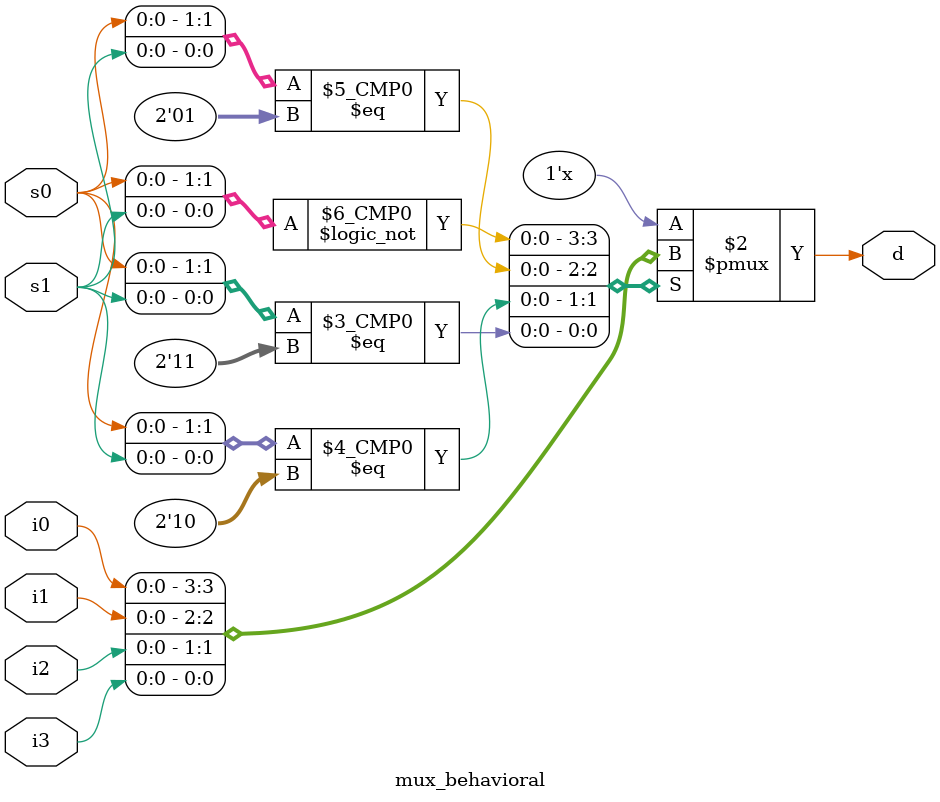
<source format=v>
`timescale 1ns / 1ps


module mux_behavioral(
    input i0,
    input i1,
    input i2,
    input i3,
    input s0,
    input s1,
    output reg d
    );
    
    always @(i0, i1, i2, i3)
    
    begin
    
    d=1'b0;
    
    case({s0,s1})
    2'b00 : d=i0;
    2'b01 : d=i1;
    2'b10 : d=i2;
    2'b11 : d=i3;
    default : begin
    d=1'b0;
    end
    endcase
    end     
endmodule

</source>
